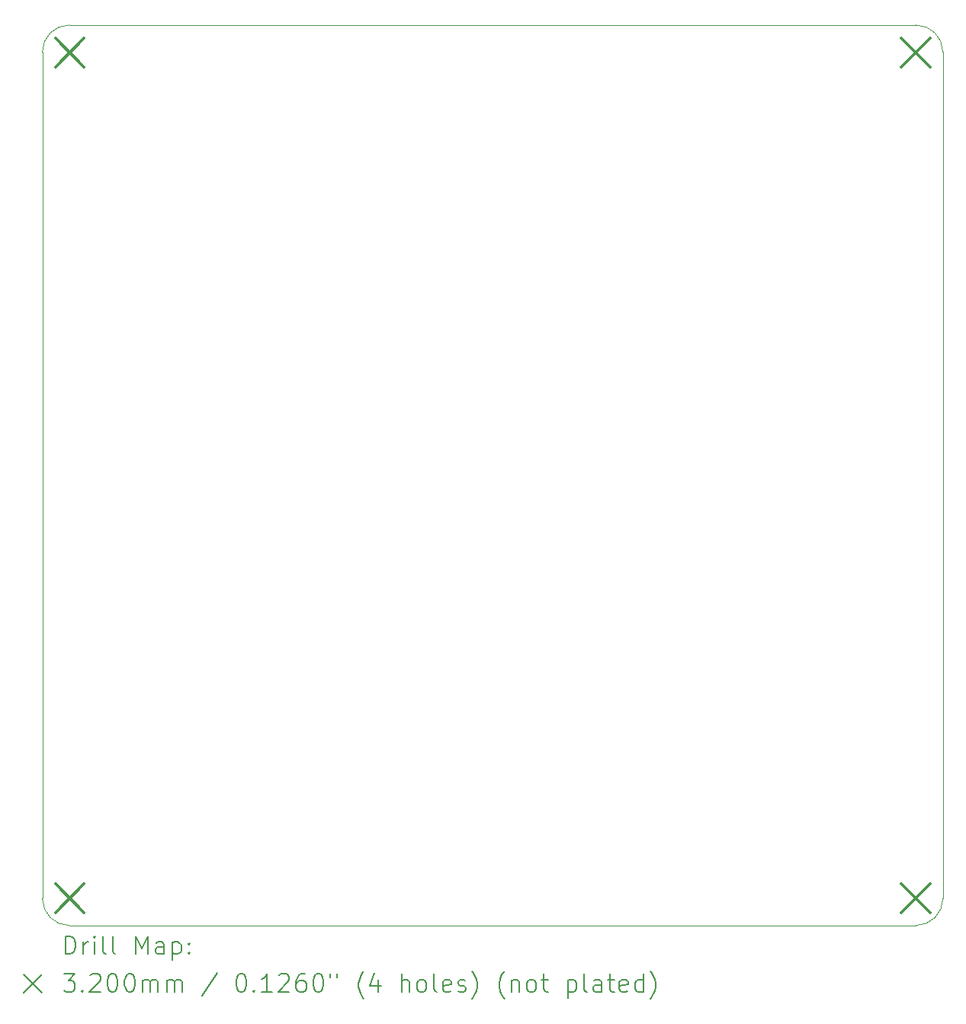
<source format=gbr>
%TF.GenerationSoftware,KiCad,Pcbnew,8.0.3*%
%TF.CreationDate,2024-12-23T09:55:12+08:00*%
%TF.ProjectId,Explorer,4578706c-6f72-4657-922e-6b696361645f,rev?*%
%TF.SameCoordinates,Original*%
%TF.FileFunction,Drillmap*%
%TF.FilePolarity,Positive*%
%FSLAX45Y45*%
G04 Gerber Fmt 4.5, Leading zero omitted, Abs format (unit mm)*
G04 Created by KiCad (PCBNEW 8.0.3) date 2024-12-23 09:55:12*
%MOMM*%
%LPD*%
G01*
G04 APERTURE LIST*
%ADD10C,0.100000*%
%ADD11C,0.200000*%
%ADD12C,0.320000*%
G04 APERTURE END LIST*
D10*
X14500000Y-15700000D02*
G75*
G02*
X14200000Y-16000000I-300000J0D01*
G01*
X4800000Y-16000000D02*
X14200000Y-16000000D01*
X14200000Y-6000000D02*
X4800000Y-6000000D01*
X14200000Y-6000000D02*
G75*
G02*
X14500000Y-6300000I0J-300000D01*
G01*
X4500000Y-6300000D02*
X4500000Y-15700000D01*
X14500000Y-15700000D02*
X14500000Y-6300000D01*
X4500000Y-6300000D02*
G75*
G02*
X4800000Y-6000000I300000J0D01*
G01*
X4800000Y-16000000D02*
G75*
G02*
X4500000Y-15700000I0J300000D01*
G01*
D11*
D12*
X4645000Y-6145000D02*
X4965000Y-6465000D01*
X4965000Y-6145000D02*
X4645000Y-6465000D01*
X4645000Y-15535000D02*
X4965000Y-15855000D01*
X4965000Y-15535000D02*
X4645000Y-15855000D01*
X14035000Y-6145000D02*
X14355000Y-6465000D01*
X14355000Y-6145000D02*
X14035000Y-6465000D01*
X14035000Y-15535000D02*
X14355000Y-15855000D01*
X14355000Y-15535000D02*
X14035000Y-15855000D01*
D11*
X4755777Y-16316484D02*
X4755777Y-16116484D01*
X4755777Y-16116484D02*
X4803396Y-16116484D01*
X4803396Y-16116484D02*
X4831967Y-16126008D01*
X4831967Y-16126008D02*
X4851015Y-16145055D01*
X4851015Y-16145055D02*
X4860539Y-16164103D01*
X4860539Y-16164103D02*
X4870063Y-16202198D01*
X4870063Y-16202198D02*
X4870063Y-16230769D01*
X4870063Y-16230769D02*
X4860539Y-16268865D01*
X4860539Y-16268865D02*
X4851015Y-16287912D01*
X4851015Y-16287912D02*
X4831967Y-16306960D01*
X4831967Y-16306960D02*
X4803396Y-16316484D01*
X4803396Y-16316484D02*
X4755777Y-16316484D01*
X4955777Y-16316484D02*
X4955777Y-16183150D01*
X4955777Y-16221246D02*
X4965301Y-16202198D01*
X4965301Y-16202198D02*
X4974824Y-16192674D01*
X4974824Y-16192674D02*
X4993872Y-16183150D01*
X4993872Y-16183150D02*
X5012920Y-16183150D01*
X5079586Y-16316484D02*
X5079586Y-16183150D01*
X5079586Y-16116484D02*
X5070063Y-16126008D01*
X5070063Y-16126008D02*
X5079586Y-16135531D01*
X5079586Y-16135531D02*
X5089110Y-16126008D01*
X5089110Y-16126008D02*
X5079586Y-16116484D01*
X5079586Y-16116484D02*
X5079586Y-16135531D01*
X5203396Y-16316484D02*
X5184348Y-16306960D01*
X5184348Y-16306960D02*
X5174824Y-16287912D01*
X5174824Y-16287912D02*
X5174824Y-16116484D01*
X5308158Y-16316484D02*
X5289110Y-16306960D01*
X5289110Y-16306960D02*
X5279586Y-16287912D01*
X5279586Y-16287912D02*
X5279586Y-16116484D01*
X5536729Y-16316484D02*
X5536729Y-16116484D01*
X5536729Y-16116484D02*
X5603396Y-16259341D01*
X5603396Y-16259341D02*
X5670062Y-16116484D01*
X5670062Y-16116484D02*
X5670062Y-16316484D01*
X5851015Y-16316484D02*
X5851015Y-16211722D01*
X5851015Y-16211722D02*
X5841491Y-16192674D01*
X5841491Y-16192674D02*
X5822443Y-16183150D01*
X5822443Y-16183150D02*
X5784348Y-16183150D01*
X5784348Y-16183150D02*
X5765301Y-16192674D01*
X5851015Y-16306960D02*
X5831967Y-16316484D01*
X5831967Y-16316484D02*
X5784348Y-16316484D01*
X5784348Y-16316484D02*
X5765301Y-16306960D01*
X5765301Y-16306960D02*
X5755777Y-16287912D01*
X5755777Y-16287912D02*
X5755777Y-16268865D01*
X5755777Y-16268865D02*
X5765301Y-16249817D01*
X5765301Y-16249817D02*
X5784348Y-16240293D01*
X5784348Y-16240293D02*
X5831967Y-16240293D01*
X5831967Y-16240293D02*
X5851015Y-16230769D01*
X5946253Y-16183150D02*
X5946253Y-16383150D01*
X5946253Y-16192674D02*
X5965301Y-16183150D01*
X5965301Y-16183150D02*
X6003396Y-16183150D01*
X6003396Y-16183150D02*
X6022443Y-16192674D01*
X6022443Y-16192674D02*
X6031967Y-16202198D01*
X6031967Y-16202198D02*
X6041491Y-16221246D01*
X6041491Y-16221246D02*
X6041491Y-16278388D01*
X6041491Y-16278388D02*
X6031967Y-16297436D01*
X6031967Y-16297436D02*
X6022443Y-16306960D01*
X6022443Y-16306960D02*
X6003396Y-16316484D01*
X6003396Y-16316484D02*
X5965301Y-16316484D01*
X5965301Y-16316484D02*
X5946253Y-16306960D01*
X6127205Y-16297436D02*
X6136729Y-16306960D01*
X6136729Y-16306960D02*
X6127205Y-16316484D01*
X6127205Y-16316484D02*
X6117682Y-16306960D01*
X6117682Y-16306960D02*
X6127205Y-16297436D01*
X6127205Y-16297436D02*
X6127205Y-16316484D01*
X6127205Y-16192674D02*
X6136729Y-16202198D01*
X6136729Y-16202198D02*
X6127205Y-16211722D01*
X6127205Y-16211722D02*
X6117682Y-16202198D01*
X6117682Y-16202198D02*
X6127205Y-16192674D01*
X6127205Y-16192674D02*
X6127205Y-16211722D01*
X4295000Y-16545000D02*
X4495000Y-16745000D01*
X4495000Y-16545000D02*
X4295000Y-16745000D01*
X4736729Y-16536484D02*
X4860539Y-16536484D01*
X4860539Y-16536484D02*
X4793872Y-16612674D01*
X4793872Y-16612674D02*
X4822444Y-16612674D01*
X4822444Y-16612674D02*
X4841491Y-16622198D01*
X4841491Y-16622198D02*
X4851015Y-16631722D01*
X4851015Y-16631722D02*
X4860539Y-16650769D01*
X4860539Y-16650769D02*
X4860539Y-16698388D01*
X4860539Y-16698388D02*
X4851015Y-16717436D01*
X4851015Y-16717436D02*
X4841491Y-16726960D01*
X4841491Y-16726960D02*
X4822444Y-16736484D01*
X4822444Y-16736484D02*
X4765301Y-16736484D01*
X4765301Y-16736484D02*
X4746253Y-16726960D01*
X4746253Y-16726960D02*
X4736729Y-16717436D01*
X4946253Y-16717436D02*
X4955777Y-16726960D01*
X4955777Y-16726960D02*
X4946253Y-16736484D01*
X4946253Y-16736484D02*
X4936729Y-16726960D01*
X4936729Y-16726960D02*
X4946253Y-16717436D01*
X4946253Y-16717436D02*
X4946253Y-16736484D01*
X5031967Y-16555531D02*
X5041491Y-16546008D01*
X5041491Y-16546008D02*
X5060539Y-16536484D01*
X5060539Y-16536484D02*
X5108158Y-16536484D01*
X5108158Y-16536484D02*
X5127205Y-16546008D01*
X5127205Y-16546008D02*
X5136729Y-16555531D01*
X5136729Y-16555531D02*
X5146253Y-16574579D01*
X5146253Y-16574579D02*
X5146253Y-16593627D01*
X5146253Y-16593627D02*
X5136729Y-16622198D01*
X5136729Y-16622198D02*
X5022444Y-16736484D01*
X5022444Y-16736484D02*
X5146253Y-16736484D01*
X5270063Y-16536484D02*
X5289110Y-16536484D01*
X5289110Y-16536484D02*
X5308158Y-16546008D01*
X5308158Y-16546008D02*
X5317682Y-16555531D01*
X5317682Y-16555531D02*
X5327205Y-16574579D01*
X5327205Y-16574579D02*
X5336729Y-16612674D01*
X5336729Y-16612674D02*
X5336729Y-16660293D01*
X5336729Y-16660293D02*
X5327205Y-16698388D01*
X5327205Y-16698388D02*
X5317682Y-16717436D01*
X5317682Y-16717436D02*
X5308158Y-16726960D01*
X5308158Y-16726960D02*
X5289110Y-16736484D01*
X5289110Y-16736484D02*
X5270063Y-16736484D01*
X5270063Y-16736484D02*
X5251015Y-16726960D01*
X5251015Y-16726960D02*
X5241491Y-16717436D01*
X5241491Y-16717436D02*
X5231967Y-16698388D01*
X5231967Y-16698388D02*
X5222444Y-16660293D01*
X5222444Y-16660293D02*
X5222444Y-16612674D01*
X5222444Y-16612674D02*
X5231967Y-16574579D01*
X5231967Y-16574579D02*
X5241491Y-16555531D01*
X5241491Y-16555531D02*
X5251015Y-16546008D01*
X5251015Y-16546008D02*
X5270063Y-16536484D01*
X5460539Y-16536484D02*
X5479586Y-16536484D01*
X5479586Y-16536484D02*
X5498634Y-16546008D01*
X5498634Y-16546008D02*
X5508158Y-16555531D01*
X5508158Y-16555531D02*
X5517682Y-16574579D01*
X5517682Y-16574579D02*
X5527205Y-16612674D01*
X5527205Y-16612674D02*
X5527205Y-16660293D01*
X5527205Y-16660293D02*
X5517682Y-16698388D01*
X5517682Y-16698388D02*
X5508158Y-16717436D01*
X5508158Y-16717436D02*
X5498634Y-16726960D01*
X5498634Y-16726960D02*
X5479586Y-16736484D01*
X5479586Y-16736484D02*
X5460539Y-16736484D01*
X5460539Y-16736484D02*
X5441491Y-16726960D01*
X5441491Y-16726960D02*
X5431967Y-16717436D01*
X5431967Y-16717436D02*
X5422444Y-16698388D01*
X5422444Y-16698388D02*
X5412920Y-16660293D01*
X5412920Y-16660293D02*
X5412920Y-16612674D01*
X5412920Y-16612674D02*
X5422444Y-16574579D01*
X5422444Y-16574579D02*
X5431967Y-16555531D01*
X5431967Y-16555531D02*
X5441491Y-16546008D01*
X5441491Y-16546008D02*
X5460539Y-16536484D01*
X5612920Y-16736484D02*
X5612920Y-16603150D01*
X5612920Y-16622198D02*
X5622443Y-16612674D01*
X5622443Y-16612674D02*
X5641491Y-16603150D01*
X5641491Y-16603150D02*
X5670063Y-16603150D01*
X5670063Y-16603150D02*
X5689110Y-16612674D01*
X5689110Y-16612674D02*
X5698634Y-16631722D01*
X5698634Y-16631722D02*
X5698634Y-16736484D01*
X5698634Y-16631722D02*
X5708158Y-16612674D01*
X5708158Y-16612674D02*
X5727205Y-16603150D01*
X5727205Y-16603150D02*
X5755777Y-16603150D01*
X5755777Y-16603150D02*
X5774824Y-16612674D01*
X5774824Y-16612674D02*
X5784348Y-16631722D01*
X5784348Y-16631722D02*
X5784348Y-16736484D01*
X5879586Y-16736484D02*
X5879586Y-16603150D01*
X5879586Y-16622198D02*
X5889110Y-16612674D01*
X5889110Y-16612674D02*
X5908158Y-16603150D01*
X5908158Y-16603150D02*
X5936729Y-16603150D01*
X5936729Y-16603150D02*
X5955777Y-16612674D01*
X5955777Y-16612674D02*
X5965301Y-16631722D01*
X5965301Y-16631722D02*
X5965301Y-16736484D01*
X5965301Y-16631722D02*
X5974824Y-16612674D01*
X5974824Y-16612674D02*
X5993872Y-16603150D01*
X5993872Y-16603150D02*
X6022443Y-16603150D01*
X6022443Y-16603150D02*
X6041491Y-16612674D01*
X6041491Y-16612674D02*
X6051015Y-16631722D01*
X6051015Y-16631722D02*
X6051015Y-16736484D01*
X6441491Y-16526960D02*
X6270063Y-16784103D01*
X6698634Y-16536484D02*
X6717682Y-16536484D01*
X6717682Y-16536484D02*
X6736729Y-16546008D01*
X6736729Y-16546008D02*
X6746253Y-16555531D01*
X6746253Y-16555531D02*
X6755777Y-16574579D01*
X6755777Y-16574579D02*
X6765301Y-16612674D01*
X6765301Y-16612674D02*
X6765301Y-16660293D01*
X6765301Y-16660293D02*
X6755777Y-16698388D01*
X6755777Y-16698388D02*
X6746253Y-16717436D01*
X6746253Y-16717436D02*
X6736729Y-16726960D01*
X6736729Y-16726960D02*
X6717682Y-16736484D01*
X6717682Y-16736484D02*
X6698634Y-16736484D01*
X6698634Y-16736484D02*
X6679586Y-16726960D01*
X6679586Y-16726960D02*
X6670063Y-16717436D01*
X6670063Y-16717436D02*
X6660539Y-16698388D01*
X6660539Y-16698388D02*
X6651015Y-16660293D01*
X6651015Y-16660293D02*
X6651015Y-16612674D01*
X6651015Y-16612674D02*
X6660539Y-16574579D01*
X6660539Y-16574579D02*
X6670063Y-16555531D01*
X6670063Y-16555531D02*
X6679586Y-16546008D01*
X6679586Y-16546008D02*
X6698634Y-16536484D01*
X6851015Y-16717436D02*
X6860539Y-16726960D01*
X6860539Y-16726960D02*
X6851015Y-16736484D01*
X6851015Y-16736484D02*
X6841491Y-16726960D01*
X6841491Y-16726960D02*
X6851015Y-16717436D01*
X6851015Y-16717436D02*
X6851015Y-16736484D01*
X7051015Y-16736484D02*
X6936729Y-16736484D01*
X6993872Y-16736484D02*
X6993872Y-16536484D01*
X6993872Y-16536484D02*
X6974825Y-16565055D01*
X6974825Y-16565055D02*
X6955777Y-16584103D01*
X6955777Y-16584103D02*
X6936729Y-16593627D01*
X7127206Y-16555531D02*
X7136729Y-16546008D01*
X7136729Y-16546008D02*
X7155777Y-16536484D01*
X7155777Y-16536484D02*
X7203396Y-16536484D01*
X7203396Y-16536484D02*
X7222444Y-16546008D01*
X7222444Y-16546008D02*
X7231967Y-16555531D01*
X7231967Y-16555531D02*
X7241491Y-16574579D01*
X7241491Y-16574579D02*
X7241491Y-16593627D01*
X7241491Y-16593627D02*
X7231967Y-16622198D01*
X7231967Y-16622198D02*
X7117682Y-16736484D01*
X7117682Y-16736484D02*
X7241491Y-16736484D01*
X7412920Y-16536484D02*
X7374825Y-16536484D01*
X7374825Y-16536484D02*
X7355777Y-16546008D01*
X7355777Y-16546008D02*
X7346253Y-16555531D01*
X7346253Y-16555531D02*
X7327206Y-16584103D01*
X7327206Y-16584103D02*
X7317682Y-16622198D01*
X7317682Y-16622198D02*
X7317682Y-16698388D01*
X7317682Y-16698388D02*
X7327206Y-16717436D01*
X7327206Y-16717436D02*
X7336729Y-16726960D01*
X7336729Y-16726960D02*
X7355777Y-16736484D01*
X7355777Y-16736484D02*
X7393872Y-16736484D01*
X7393872Y-16736484D02*
X7412920Y-16726960D01*
X7412920Y-16726960D02*
X7422444Y-16717436D01*
X7422444Y-16717436D02*
X7431967Y-16698388D01*
X7431967Y-16698388D02*
X7431967Y-16650769D01*
X7431967Y-16650769D02*
X7422444Y-16631722D01*
X7422444Y-16631722D02*
X7412920Y-16622198D01*
X7412920Y-16622198D02*
X7393872Y-16612674D01*
X7393872Y-16612674D02*
X7355777Y-16612674D01*
X7355777Y-16612674D02*
X7336729Y-16622198D01*
X7336729Y-16622198D02*
X7327206Y-16631722D01*
X7327206Y-16631722D02*
X7317682Y-16650769D01*
X7555777Y-16536484D02*
X7574825Y-16536484D01*
X7574825Y-16536484D02*
X7593872Y-16546008D01*
X7593872Y-16546008D02*
X7603396Y-16555531D01*
X7603396Y-16555531D02*
X7612920Y-16574579D01*
X7612920Y-16574579D02*
X7622444Y-16612674D01*
X7622444Y-16612674D02*
X7622444Y-16660293D01*
X7622444Y-16660293D02*
X7612920Y-16698388D01*
X7612920Y-16698388D02*
X7603396Y-16717436D01*
X7603396Y-16717436D02*
X7593872Y-16726960D01*
X7593872Y-16726960D02*
X7574825Y-16736484D01*
X7574825Y-16736484D02*
X7555777Y-16736484D01*
X7555777Y-16736484D02*
X7536729Y-16726960D01*
X7536729Y-16726960D02*
X7527206Y-16717436D01*
X7527206Y-16717436D02*
X7517682Y-16698388D01*
X7517682Y-16698388D02*
X7508158Y-16660293D01*
X7508158Y-16660293D02*
X7508158Y-16612674D01*
X7508158Y-16612674D02*
X7517682Y-16574579D01*
X7517682Y-16574579D02*
X7527206Y-16555531D01*
X7527206Y-16555531D02*
X7536729Y-16546008D01*
X7536729Y-16546008D02*
X7555777Y-16536484D01*
X7698634Y-16536484D02*
X7698634Y-16574579D01*
X7774825Y-16536484D02*
X7774825Y-16574579D01*
X8070063Y-16812674D02*
X8060539Y-16803150D01*
X8060539Y-16803150D02*
X8041491Y-16774579D01*
X8041491Y-16774579D02*
X8031968Y-16755531D01*
X8031968Y-16755531D02*
X8022444Y-16726960D01*
X8022444Y-16726960D02*
X8012920Y-16679341D01*
X8012920Y-16679341D02*
X8012920Y-16641246D01*
X8012920Y-16641246D02*
X8022444Y-16593627D01*
X8022444Y-16593627D02*
X8031968Y-16565055D01*
X8031968Y-16565055D02*
X8041491Y-16546008D01*
X8041491Y-16546008D02*
X8060539Y-16517436D01*
X8060539Y-16517436D02*
X8070063Y-16507912D01*
X8231968Y-16603150D02*
X8231968Y-16736484D01*
X8184348Y-16526960D02*
X8136729Y-16669817D01*
X8136729Y-16669817D02*
X8260539Y-16669817D01*
X8489111Y-16736484D02*
X8489111Y-16536484D01*
X8574825Y-16736484D02*
X8574825Y-16631722D01*
X8574825Y-16631722D02*
X8565301Y-16612674D01*
X8565301Y-16612674D02*
X8546253Y-16603150D01*
X8546253Y-16603150D02*
X8517682Y-16603150D01*
X8517682Y-16603150D02*
X8498634Y-16612674D01*
X8498634Y-16612674D02*
X8489111Y-16622198D01*
X8698634Y-16736484D02*
X8679587Y-16726960D01*
X8679587Y-16726960D02*
X8670063Y-16717436D01*
X8670063Y-16717436D02*
X8660539Y-16698388D01*
X8660539Y-16698388D02*
X8660539Y-16641246D01*
X8660539Y-16641246D02*
X8670063Y-16622198D01*
X8670063Y-16622198D02*
X8679587Y-16612674D01*
X8679587Y-16612674D02*
X8698634Y-16603150D01*
X8698634Y-16603150D02*
X8727206Y-16603150D01*
X8727206Y-16603150D02*
X8746253Y-16612674D01*
X8746253Y-16612674D02*
X8755777Y-16622198D01*
X8755777Y-16622198D02*
X8765301Y-16641246D01*
X8765301Y-16641246D02*
X8765301Y-16698388D01*
X8765301Y-16698388D02*
X8755777Y-16717436D01*
X8755777Y-16717436D02*
X8746253Y-16726960D01*
X8746253Y-16726960D02*
X8727206Y-16736484D01*
X8727206Y-16736484D02*
X8698634Y-16736484D01*
X8879587Y-16736484D02*
X8860539Y-16726960D01*
X8860539Y-16726960D02*
X8851015Y-16707912D01*
X8851015Y-16707912D02*
X8851015Y-16536484D01*
X9031968Y-16726960D02*
X9012920Y-16736484D01*
X9012920Y-16736484D02*
X8974825Y-16736484D01*
X8974825Y-16736484D02*
X8955777Y-16726960D01*
X8955777Y-16726960D02*
X8946253Y-16707912D01*
X8946253Y-16707912D02*
X8946253Y-16631722D01*
X8946253Y-16631722D02*
X8955777Y-16612674D01*
X8955777Y-16612674D02*
X8974825Y-16603150D01*
X8974825Y-16603150D02*
X9012920Y-16603150D01*
X9012920Y-16603150D02*
X9031968Y-16612674D01*
X9031968Y-16612674D02*
X9041492Y-16631722D01*
X9041492Y-16631722D02*
X9041492Y-16650769D01*
X9041492Y-16650769D02*
X8946253Y-16669817D01*
X9117682Y-16726960D02*
X9136730Y-16736484D01*
X9136730Y-16736484D02*
X9174825Y-16736484D01*
X9174825Y-16736484D02*
X9193873Y-16726960D01*
X9193873Y-16726960D02*
X9203396Y-16707912D01*
X9203396Y-16707912D02*
X9203396Y-16698388D01*
X9203396Y-16698388D02*
X9193873Y-16679341D01*
X9193873Y-16679341D02*
X9174825Y-16669817D01*
X9174825Y-16669817D02*
X9146253Y-16669817D01*
X9146253Y-16669817D02*
X9127206Y-16660293D01*
X9127206Y-16660293D02*
X9117682Y-16641246D01*
X9117682Y-16641246D02*
X9117682Y-16631722D01*
X9117682Y-16631722D02*
X9127206Y-16612674D01*
X9127206Y-16612674D02*
X9146253Y-16603150D01*
X9146253Y-16603150D02*
X9174825Y-16603150D01*
X9174825Y-16603150D02*
X9193873Y-16612674D01*
X9270063Y-16812674D02*
X9279587Y-16803150D01*
X9279587Y-16803150D02*
X9298634Y-16774579D01*
X9298634Y-16774579D02*
X9308158Y-16755531D01*
X9308158Y-16755531D02*
X9317682Y-16726960D01*
X9317682Y-16726960D02*
X9327206Y-16679341D01*
X9327206Y-16679341D02*
X9327206Y-16641246D01*
X9327206Y-16641246D02*
X9317682Y-16593627D01*
X9317682Y-16593627D02*
X9308158Y-16565055D01*
X9308158Y-16565055D02*
X9298634Y-16546008D01*
X9298634Y-16546008D02*
X9279587Y-16517436D01*
X9279587Y-16517436D02*
X9270063Y-16507912D01*
X9631968Y-16812674D02*
X9622444Y-16803150D01*
X9622444Y-16803150D02*
X9603396Y-16774579D01*
X9603396Y-16774579D02*
X9593873Y-16755531D01*
X9593873Y-16755531D02*
X9584349Y-16726960D01*
X9584349Y-16726960D02*
X9574825Y-16679341D01*
X9574825Y-16679341D02*
X9574825Y-16641246D01*
X9574825Y-16641246D02*
X9584349Y-16593627D01*
X9584349Y-16593627D02*
X9593873Y-16565055D01*
X9593873Y-16565055D02*
X9603396Y-16546008D01*
X9603396Y-16546008D02*
X9622444Y-16517436D01*
X9622444Y-16517436D02*
X9631968Y-16507912D01*
X9708158Y-16603150D02*
X9708158Y-16736484D01*
X9708158Y-16622198D02*
X9717682Y-16612674D01*
X9717682Y-16612674D02*
X9736730Y-16603150D01*
X9736730Y-16603150D02*
X9765301Y-16603150D01*
X9765301Y-16603150D02*
X9784349Y-16612674D01*
X9784349Y-16612674D02*
X9793873Y-16631722D01*
X9793873Y-16631722D02*
X9793873Y-16736484D01*
X9917682Y-16736484D02*
X9898634Y-16726960D01*
X9898634Y-16726960D02*
X9889111Y-16717436D01*
X9889111Y-16717436D02*
X9879587Y-16698388D01*
X9879587Y-16698388D02*
X9879587Y-16641246D01*
X9879587Y-16641246D02*
X9889111Y-16622198D01*
X9889111Y-16622198D02*
X9898634Y-16612674D01*
X9898634Y-16612674D02*
X9917682Y-16603150D01*
X9917682Y-16603150D02*
X9946254Y-16603150D01*
X9946254Y-16603150D02*
X9965301Y-16612674D01*
X9965301Y-16612674D02*
X9974825Y-16622198D01*
X9974825Y-16622198D02*
X9984349Y-16641246D01*
X9984349Y-16641246D02*
X9984349Y-16698388D01*
X9984349Y-16698388D02*
X9974825Y-16717436D01*
X9974825Y-16717436D02*
X9965301Y-16726960D01*
X9965301Y-16726960D02*
X9946254Y-16736484D01*
X9946254Y-16736484D02*
X9917682Y-16736484D01*
X10041492Y-16603150D02*
X10117682Y-16603150D01*
X10070063Y-16536484D02*
X10070063Y-16707912D01*
X10070063Y-16707912D02*
X10079587Y-16726960D01*
X10079587Y-16726960D02*
X10098634Y-16736484D01*
X10098634Y-16736484D02*
X10117682Y-16736484D01*
X10336730Y-16603150D02*
X10336730Y-16803150D01*
X10336730Y-16612674D02*
X10355777Y-16603150D01*
X10355777Y-16603150D02*
X10393873Y-16603150D01*
X10393873Y-16603150D02*
X10412920Y-16612674D01*
X10412920Y-16612674D02*
X10422444Y-16622198D01*
X10422444Y-16622198D02*
X10431968Y-16641246D01*
X10431968Y-16641246D02*
X10431968Y-16698388D01*
X10431968Y-16698388D02*
X10422444Y-16717436D01*
X10422444Y-16717436D02*
X10412920Y-16726960D01*
X10412920Y-16726960D02*
X10393873Y-16736484D01*
X10393873Y-16736484D02*
X10355777Y-16736484D01*
X10355777Y-16736484D02*
X10336730Y-16726960D01*
X10546254Y-16736484D02*
X10527206Y-16726960D01*
X10527206Y-16726960D02*
X10517682Y-16707912D01*
X10517682Y-16707912D02*
X10517682Y-16536484D01*
X10708158Y-16736484D02*
X10708158Y-16631722D01*
X10708158Y-16631722D02*
X10698635Y-16612674D01*
X10698635Y-16612674D02*
X10679587Y-16603150D01*
X10679587Y-16603150D02*
X10641492Y-16603150D01*
X10641492Y-16603150D02*
X10622444Y-16612674D01*
X10708158Y-16726960D02*
X10689111Y-16736484D01*
X10689111Y-16736484D02*
X10641492Y-16736484D01*
X10641492Y-16736484D02*
X10622444Y-16726960D01*
X10622444Y-16726960D02*
X10612920Y-16707912D01*
X10612920Y-16707912D02*
X10612920Y-16688865D01*
X10612920Y-16688865D02*
X10622444Y-16669817D01*
X10622444Y-16669817D02*
X10641492Y-16660293D01*
X10641492Y-16660293D02*
X10689111Y-16660293D01*
X10689111Y-16660293D02*
X10708158Y-16650769D01*
X10774825Y-16603150D02*
X10851015Y-16603150D01*
X10803396Y-16536484D02*
X10803396Y-16707912D01*
X10803396Y-16707912D02*
X10812920Y-16726960D01*
X10812920Y-16726960D02*
X10831968Y-16736484D01*
X10831968Y-16736484D02*
X10851015Y-16736484D01*
X10993873Y-16726960D02*
X10974825Y-16736484D01*
X10974825Y-16736484D02*
X10936730Y-16736484D01*
X10936730Y-16736484D02*
X10917682Y-16726960D01*
X10917682Y-16726960D02*
X10908158Y-16707912D01*
X10908158Y-16707912D02*
X10908158Y-16631722D01*
X10908158Y-16631722D02*
X10917682Y-16612674D01*
X10917682Y-16612674D02*
X10936730Y-16603150D01*
X10936730Y-16603150D02*
X10974825Y-16603150D01*
X10974825Y-16603150D02*
X10993873Y-16612674D01*
X10993873Y-16612674D02*
X11003396Y-16631722D01*
X11003396Y-16631722D02*
X11003396Y-16650769D01*
X11003396Y-16650769D02*
X10908158Y-16669817D01*
X11174825Y-16736484D02*
X11174825Y-16536484D01*
X11174825Y-16726960D02*
X11155777Y-16736484D01*
X11155777Y-16736484D02*
X11117682Y-16736484D01*
X11117682Y-16736484D02*
X11098635Y-16726960D01*
X11098635Y-16726960D02*
X11089111Y-16717436D01*
X11089111Y-16717436D02*
X11079587Y-16698388D01*
X11079587Y-16698388D02*
X11079587Y-16641246D01*
X11079587Y-16641246D02*
X11089111Y-16622198D01*
X11089111Y-16622198D02*
X11098635Y-16612674D01*
X11098635Y-16612674D02*
X11117682Y-16603150D01*
X11117682Y-16603150D02*
X11155777Y-16603150D01*
X11155777Y-16603150D02*
X11174825Y-16612674D01*
X11251015Y-16812674D02*
X11260539Y-16803150D01*
X11260539Y-16803150D02*
X11279587Y-16774579D01*
X11279587Y-16774579D02*
X11289111Y-16755531D01*
X11289111Y-16755531D02*
X11298634Y-16726960D01*
X11298634Y-16726960D02*
X11308158Y-16679341D01*
X11308158Y-16679341D02*
X11308158Y-16641246D01*
X11308158Y-16641246D02*
X11298634Y-16593627D01*
X11298634Y-16593627D02*
X11289111Y-16565055D01*
X11289111Y-16565055D02*
X11279587Y-16546008D01*
X11279587Y-16546008D02*
X11260539Y-16517436D01*
X11260539Y-16517436D02*
X11251015Y-16507912D01*
M02*

</source>
